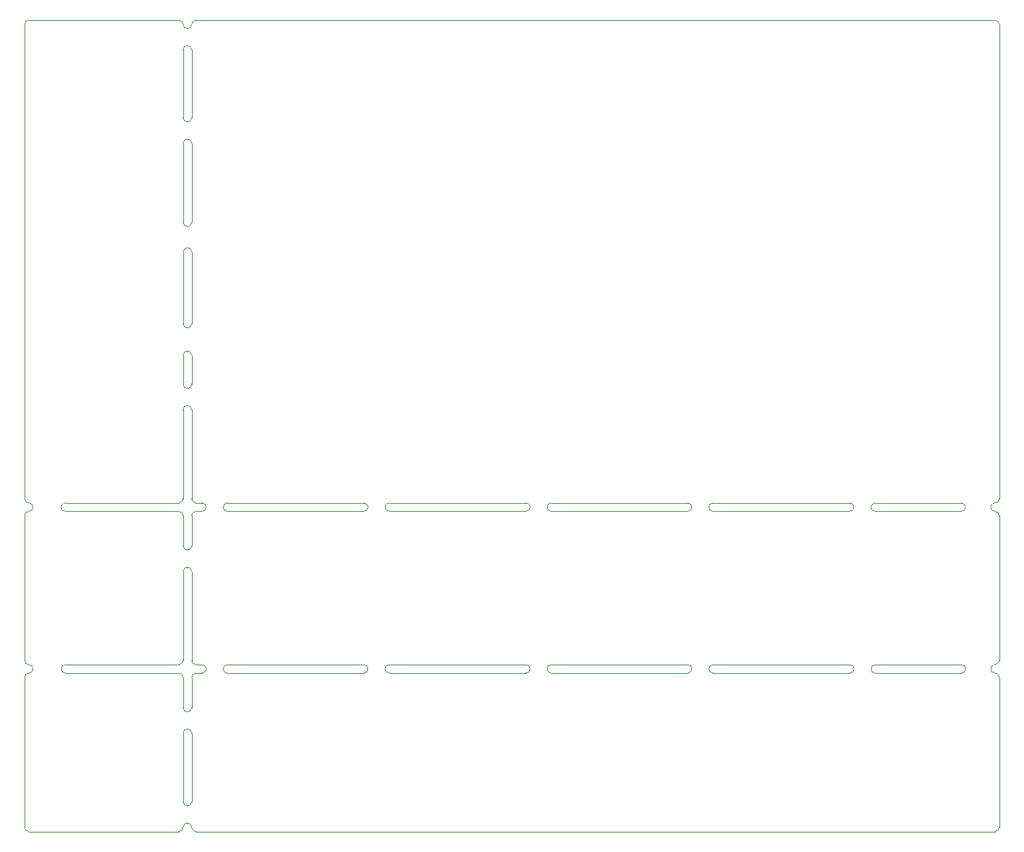
<source format=gm1>
%TF.GenerationSoftware,KiCad,Pcbnew,(5.1.10)-1*%
%TF.CreationDate,2022-04-05T14:22:13-05:00*%
%TF.ProjectId,graham cracker,67726168-616d-4206-9372-61636b65722e,rev?*%
%TF.SameCoordinates,Original*%
%TF.FileFunction,Profile,NP*%
%FSLAX46Y46*%
G04 Gerber Fmt 4.6, Leading zero omitted, Abs format (unit mm)*
G04 Created by KiCad (PCBNEW (5.1.10)-1) date 2022-04-05 14:22:13*
%MOMM*%
%LPD*%
G01*
G04 APERTURE LIST*
%TA.AperFunction,Profile*%
%ADD10C,0.050000*%
%TD*%
G04 APERTURE END LIST*
D10*
X180950000Y-137800000D02*
X87200000Y-137800000D01*
X109900000Y-119200000D02*
X125900000Y-119200000D01*
X125900000Y-118200000D02*
X109900000Y-118200000D01*
X109900000Y-100200000D02*
X125900000Y-100200000D01*
X128900000Y-119200000D02*
G75*
G02*
X128900000Y-118200000I0J500000D01*
G01*
X128900000Y-119200000D02*
X144200000Y-119200000D01*
X144900000Y-99200000D02*
G75*
G02*
X144900000Y-100200000I0J-500000D01*
G01*
X144900000Y-118200000D02*
X144200000Y-118200000D01*
X144200000Y-118200000D02*
X128900000Y-118200000D01*
X144200000Y-119200000D02*
X144900000Y-119200000D01*
X128900000Y-100200000D02*
X144900000Y-100200000D01*
X147900000Y-119200000D02*
X163900000Y-119200000D01*
X163900000Y-118200000D02*
X147900000Y-118200000D01*
X147900000Y-100200000D02*
G75*
G02*
X147900000Y-99200000I0J500000D01*
G01*
X147900000Y-100200000D02*
X163900000Y-100200000D01*
X90900000Y-119200000D02*
X106900000Y-119200000D01*
X106900000Y-118200000D02*
X90900000Y-118200000D01*
X90900000Y-100200000D02*
X106900000Y-100200000D01*
X85700000Y-46000000D02*
G75*
G02*
X86700000Y-46000000I500000J0D01*
G01*
X86700000Y-43000000D02*
G75*
G02*
X85700000Y-43000000I-500000J0D01*
G01*
X177000000Y-99200000D02*
G75*
G02*
X177000000Y-100200000I0J-500000D01*
G01*
X177000000Y-118200000D02*
G75*
G02*
X177000000Y-119200000I0J-500000D01*
G01*
X180950000Y-100200000D02*
G75*
G02*
X180950000Y-99200000I0J500000D01*
G01*
X180950000Y-119200000D02*
G75*
G02*
X180950000Y-118200000I0J500000D01*
G01*
X86700000Y-134300000D02*
G75*
G02*
X85700000Y-134300000I-500000J0D01*
G01*
X85700000Y-137300000D02*
G75*
G02*
X86700000Y-137300000I500000J0D01*
G01*
X85700000Y-81850000D02*
X85700000Y-85250000D01*
X86700000Y-85250000D02*
X86700000Y-81850000D01*
X86700000Y-78150000D02*
G75*
G02*
X85700000Y-78150000I-500000J0D01*
G01*
X85700000Y-81850000D02*
G75*
G02*
X86700000Y-81850000I500000J0D01*
G01*
X67100000Y-98700000D02*
X67100000Y-43000000D01*
X67100000Y-117700000D02*
X67100000Y-100700000D01*
X67100000Y-137300000D02*
X67100000Y-119700000D01*
X181450000Y-119700000D02*
X181450000Y-137300000D01*
X181450000Y-100700000D02*
X181450000Y-117700000D01*
X181450000Y-43000000D02*
X181450000Y-98700000D01*
X180950000Y-99200000D02*
G75*
G03*
X181450000Y-98700000I0J500000D01*
G01*
X181450000Y-100700000D02*
G75*
G03*
X180950000Y-100200000I-500000J0D01*
G01*
X180950000Y-118200000D02*
G75*
G03*
X181450000Y-117700000I0J500000D01*
G01*
X181450000Y-119700000D02*
G75*
G03*
X180950000Y-119200000I-500000J0D01*
G01*
X106900000Y-99200000D02*
G75*
G02*
X106900000Y-100200000I0J-500000D01*
G01*
X106900000Y-99200000D02*
X90900000Y-99200000D01*
X90900000Y-100200000D02*
G75*
G02*
X90900000Y-99200000I0J500000D01*
G01*
X85700000Y-88250000D02*
G75*
G02*
X86700000Y-88250000I500000J0D01*
G01*
X86700000Y-104250000D02*
G75*
G02*
X85700000Y-104250000I-500000J0D01*
G01*
X85200000Y-99200000D02*
X71900000Y-99200000D01*
X87200000Y-100200000D02*
X87900000Y-100200000D01*
X86700000Y-88250000D02*
X86700000Y-98700000D01*
X71900000Y-100200000D02*
X85200000Y-100200000D01*
X87900000Y-99200000D02*
X87200000Y-99200000D01*
X86700000Y-100700000D02*
X86700000Y-104250000D01*
X87200000Y-99200000D02*
G75*
G02*
X86700000Y-98700000I0J500000D01*
G01*
X86700000Y-100700000D02*
G75*
G02*
X87200000Y-100200000I500000J0D01*
G01*
X85700000Y-104250000D02*
X85700000Y-100700000D01*
X85700000Y-98700000D02*
X85700000Y-88250000D01*
X85700000Y-98700000D02*
G75*
G02*
X85200000Y-99200000I-500000J0D01*
G01*
X85200000Y-100200000D02*
G75*
G02*
X85700000Y-100700000I0J-500000D01*
G01*
X163900000Y-99200000D02*
X147900000Y-99200000D01*
X166900000Y-100200000D02*
G75*
G02*
X166900000Y-99200000I0J500000D01*
G01*
X67600000Y-99200000D02*
G75*
G02*
X67600000Y-100200000I0J-500000D01*
G01*
X71900000Y-100200000D02*
G75*
G02*
X71900000Y-99200000I0J500000D01*
G01*
X144900000Y-99200000D02*
X128900000Y-99200000D01*
X125900000Y-99200000D02*
G75*
G02*
X125900000Y-100200000I0J-500000D01*
G01*
X67600000Y-99200000D02*
G75*
G02*
X67100000Y-98700000I0J500000D01*
G01*
X166900000Y-100200000D02*
X177000000Y-100200000D01*
X177000000Y-99200000D02*
X166900000Y-99200000D01*
X67100000Y-100700000D02*
G75*
G02*
X67600000Y-100200000I500000J0D01*
G01*
X163900000Y-99200000D02*
G75*
G02*
X163900000Y-100200000I0J-500000D01*
G01*
X128900000Y-100200000D02*
G75*
G02*
X128900000Y-99200000I0J500000D01*
G01*
X109900000Y-100200000D02*
G75*
G02*
X109900000Y-99200000I0J500000D01*
G01*
X87900000Y-99200000D02*
G75*
G02*
X87900000Y-100200000I0J-500000D01*
G01*
X125900000Y-99200000D02*
X109900000Y-99200000D01*
X90900000Y-119200000D02*
G75*
G02*
X90900000Y-118200000I0J500000D01*
G01*
X106900000Y-118200000D02*
G75*
G02*
X106900000Y-119200000I0J-500000D01*
G01*
X86700000Y-107250000D02*
X86700000Y-117700000D01*
X85700000Y-117700000D02*
X85700000Y-107250000D01*
X71900000Y-119200000D02*
X85200000Y-119200000D01*
X85200000Y-118200000D02*
X71900000Y-118200000D01*
X87900000Y-118200000D02*
X87200000Y-118200000D01*
X87200000Y-119200000D02*
X87900000Y-119200000D01*
X86700000Y-119700000D02*
X86700000Y-123250000D01*
X85700000Y-123250000D02*
X85700000Y-119700000D01*
X85700000Y-117700000D02*
G75*
G02*
X85200000Y-118200000I-500000J0D01*
G01*
X87200000Y-118200000D02*
G75*
G02*
X86700000Y-117700000I0J500000D01*
G01*
X86700000Y-119700000D02*
G75*
G02*
X87200000Y-119200000I500000J0D01*
G01*
X85200000Y-119200000D02*
G75*
G02*
X85700000Y-119700000I0J-500000D01*
G01*
X166900000Y-119200000D02*
G75*
G02*
X166900000Y-118200000I0J500000D01*
G01*
X147900000Y-119200000D02*
G75*
G02*
X147900000Y-118200000I0J500000D01*
G01*
X166900000Y-119200000D02*
X177000000Y-119200000D01*
X177000000Y-118200000D02*
X166900000Y-118200000D01*
X163900000Y-118200000D02*
G75*
G02*
X163900000Y-119200000I0J-500000D01*
G01*
X67600000Y-118200000D02*
G75*
G02*
X67100000Y-117700000I0J500000D01*
G01*
X67600000Y-118200000D02*
G75*
G02*
X67600000Y-119200000I0J-500000D01*
G01*
X67100000Y-119700000D02*
G75*
G02*
X67600000Y-119200000I500000J0D01*
G01*
X125900000Y-118200000D02*
G75*
G02*
X125900000Y-119200000I0J-500000D01*
G01*
X109900000Y-119200000D02*
G75*
G02*
X109900000Y-118200000I0J500000D01*
G01*
X71900000Y-119200000D02*
G75*
G02*
X71900000Y-118200000I0J500000D01*
G01*
X144900000Y-118200000D02*
G75*
G02*
X144900000Y-119200000I0J-500000D01*
G01*
X87900000Y-118200000D02*
G75*
G02*
X87900000Y-119200000I0J-500000D01*
G01*
X181450000Y-43000000D02*
G75*
G03*
X180950000Y-42500000I-500000J0D01*
G01*
X181450000Y-137300000D02*
G75*
G02*
X180950000Y-137800000I-500000J0D01*
G01*
X67100000Y-43000000D02*
G75*
G02*
X67600000Y-42500000I500000J0D01*
G01*
X67100000Y-137300000D02*
G75*
G03*
X67600000Y-137800000I500000J0D01*
G01*
X87200000Y-42500000D02*
X180950000Y-42500000D01*
X86700000Y-46000000D02*
X86700000Y-53950000D01*
X86700000Y-53950000D02*
G75*
G02*
X85700000Y-53950000I-500000J0D01*
G01*
X86700000Y-43000000D02*
G75*
G02*
X87200000Y-42500000I500000J0D01*
G01*
X85700000Y-56950000D02*
X85700000Y-66250000D01*
X86700000Y-66250000D02*
X86700000Y-56950000D01*
X85700000Y-53950000D02*
X85700000Y-46000000D01*
X85200000Y-42500000D02*
G75*
G02*
X85700000Y-43000000I0J-500000D01*
G01*
X85700000Y-56950000D02*
G75*
G02*
X86700000Y-56950000I500000J0D01*
G01*
X85200000Y-42500000D02*
X67600000Y-42500000D01*
X86700000Y-85250000D02*
G75*
G02*
X85700000Y-85250000I-500000J0D01*
G01*
X86700000Y-123250000D02*
G75*
G02*
X85700000Y-123250000I-500000J0D01*
G01*
X85700000Y-126250000D02*
G75*
G02*
X86700000Y-126250000I500000J0D01*
G01*
X87200000Y-137800000D02*
G75*
G02*
X86700000Y-137300000I0J500000D01*
G01*
X85700000Y-107250000D02*
G75*
G02*
X86700000Y-107250000I500000J0D01*
G01*
X85700000Y-137300000D02*
G75*
G02*
X85200000Y-137800000I-500000J0D01*
G01*
X67600000Y-137800000D02*
X85200000Y-137800000D01*
X85700000Y-126250000D02*
X85700000Y-134300000D01*
X85700000Y-69725000D02*
X85700000Y-78150000D01*
X86700000Y-78150000D02*
X86700000Y-69725000D01*
X86700000Y-126250000D02*
X86700000Y-134300000D01*
X85700000Y-69725000D02*
G75*
G02*
X86700000Y-69725000I500000J0D01*
G01*
X86700000Y-66250000D02*
G75*
G02*
X85700000Y-66250000I-500000J0D01*
G01*
M02*

</source>
